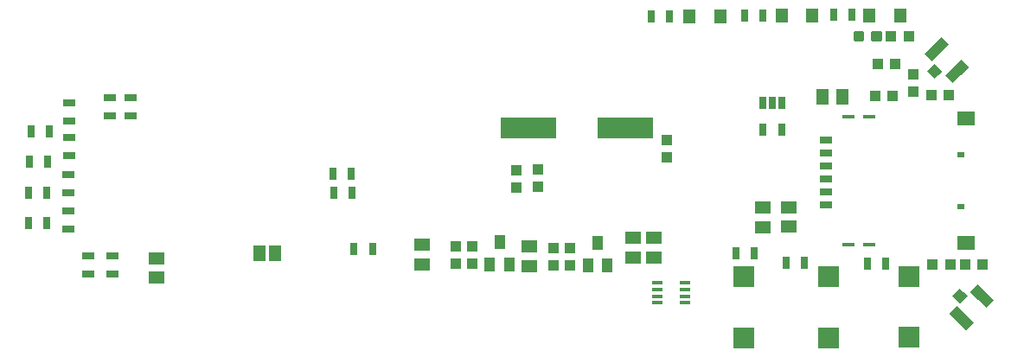
<source format=gbr>
G04 EAGLE Gerber RS-274X export*
G75*
%MOMM*%
%FSLAX34Y34*%
%LPD*%
%INSolderpaste Top*%
%IPPOS*%
%AMOC8*
5,1,8,0,0,1.08239X$1,22.5*%
G01*
%ADD10R,1.500000X1.300000*%
%ADD11R,1.150000X0.650000*%
%ADD12R,1.300000X0.450000*%
%ADD13R,1.700000X1.400000*%
%ADD14R,0.800000X0.540000*%
%ADD15R,1.200000X1.400000*%
%ADD16R,0.800000X1.200000*%
%ADD17R,2.000000X2.000000*%
%ADD18R,1.300000X1.500000*%
%ADD19R,0.660400X1.270000*%
%ADD20R,0.635000X1.270000*%
%ADD21R,1.000000X1.400000*%
%ADD22R,1.000000X1.100000*%
%ADD23R,1.200000X0.800000*%
%ADD24R,1.041400X2.260600*%
%ADD25R,1.041400X1.092200*%
%ADD26R,5.511800X2.006600*%
%ADD27R,1.100000X1.000000*%
%ADD28C,0.300000*%
%ADD29R,1.168400X1.600200*%
%ADD30R,0.977900X0.431800*%
%ADD31R,1.050000X1.080000*%


D10*
X863734Y148506D03*
X863734Y129506D03*
X838388Y148036D03*
X838388Y129036D03*
D11*
X900700Y201950D03*
X900700Y176550D03*
X900700Y151150D03*
X900700Y214650D03*
X900700Y189250D03*
X900700Y163850D03*
D12*
X922400Y237100D03*
X942400Y237100D03*
D13*
X1038000Y235450D03*
X1038000Y113350D03*
D12*
X942400Y111700D03*
X922400Y111700D03*
D14*
X1032200Y149000D03*
X1032200Y199800D03*
D15*
X943150Y336134D03*
X973150Y336134D03*
X856900Y336350D03*
X886900Y336350D03*
X766900Y335550D03*
X796900Y335550D03*
D16*
X747550Y335550D03*
X729550Y335550D03*
X838450Y336650D03*
X820450Y336650D03*
X925950Y337250D03*
X907950Y337250D03*
X811972Y103722D03*
X829972Y103722D03*
D17*
X820180Y80750D03*
X820180Y20750D03*
D18*
X897280Y256540D03*
X916280Y256540D03*
D10*
X244822Y98846D03*
X244822Y79846D03*
D16*
X861420Y93830D03*
X879420Y93830D03*
D17*
X902840Y80250D03*
X902840Y20250D03*
D16*
X941232Y93736D03*
X959232Y93736D03*
D17*
X981590Y81012D03*
X981590Y21012D03*
D19*
X838190Y224640D03*
D20*
X857190Y224640D03*
X838190Y250940D03*
X847690Y250940D03*
X857190Y250940D03*
D16*
X418460Y162904D03*
X436460Y162904D03*
X417698Y181806D03*
X435698Y181806D03*
D21*
X580888Y114188D03*
X590388Y92188D03*
X571388Y92188D03*
X676900Y113610D03*
X686400Y91610D03*
X667400Y91610D03*
D10*
X609952Y110014D03*
X609952Y91014D03*
X732266Y99536D03*
X732266Y118536D03*
X711896Y118650D03*
X711896Y99650D03*
D22*
X649852Y108466D03*
X649852Y91466D03*
X554326Y93464D03*
X554326Y110464D03*
X633390Y108720D03*
X633390Y91720D03*
X537792Y93464D03*
X537792Y110464D03*
D23*
X159586Y232790D03*
X159586Y250790D03*
X159280Y199262D03*
X159280Y217262D03*
X158780Y180976D03*
X158780Y162976D03*
X158324Y145416D03*
X158324Y127416D03*
D24*
G36*
X1004002Y291815D02*
X996940Y299468D01*
X1013552Y314797D01*
X1020614Y307144D01*
X1004002Y291815D01*
G37*
G36*
X1023947Y270201D02*
X1016885Y277854D01*
X1033497Y293183D01*
X1040559Y285530D01*
X1023947Y270201D01*
G37*
D25*
G36*
X1006538Y274146D02*
X999476Y281799D01*
X1007502Y289206D01*
X1014564Y281553D01*
X1006538Y274146D01*
G37*
D10*
X504924Y111604D03*
X504924Y92604D03*
D26*
X704354Y225996D03*
X609358Y225996D03*
D22*
X618160Y168446D03*
X618160Y185446D03*
X744722Y214292D03*
X744722Y197292D03*
X597200Y184574D03*
X597200Y167574D03*
D16*
X122008Y223094D03*
X140008Y223094D03*
X120484Y192920D03*
X138484Y192920D03*
X119976Y162492D03*
X137976Y162492D03*
X119722Y133080D03*
X137722Y133080D03*
X456350Y107914D03*
X438350Y107914D03*
D27*
X968422Y288844D03*
X951422Y288844D03*
X965882Y257310D03*
X948882Y257310D03*
D22*
X985932Y278920D03*
X985932Y261920D03*
D27*
X1021040Y258650D03*
X1004040Y258650D03*
D28*
X935800Y312730D02*
X935800Y319730D01*
X935800Y312730D02*
X928800Y312730D01*
X928800Y319730D01*
X935800Y319730D01*
X935800Y315580D02*
X928800Y315580D01*
X928800Y318430D02*
X935800Y318430D01*
X953340Y319730D02*
X953340Y312730D01*
X946340Y312730D01*
X946340Y319730D01*
X953340Y319730D01*
X953340Y315580D02*
X946340Y315580D01*
X946340Y318430D02*
X953340Y318430D01*
D27*
X964320Y316230D03*
X981320Y316230D03*
D23*
X219964Y256142D03*
X219964Y238142D03*
X199644Y256142D03*
X199644Y238142D03*
X201930Y83202D03*
X201930Y101202D03*
X178562Y82948D03*
X178562Y100948D03*
D29*
X360680Y103886D03*
X345440Y103886D03*
D30*
X762699Y55020D03*
X762699Y61520D03*
X762699Y68020D03*
X762699Y74520D03*
X735394Y74520D03*
X735394Y68020D03*
X735394Y61520D03*
X735394Y55020D03*
D24*
G36*
X1041363Y65452D02*
X1048452Y73081D01*
X1065011Y57694D01*
X1057922Y50065D01*
X1041363Y65452D01*
G37*
G36*
X1021343Y43908D02*
X1028432Y51537D01*
X1044991Y36150D01*
X1037902Y28521D01*
X1021343Y43908D01*
G37*
D25*
G36*
X1023942Y61569D02*
X1031031Y69196D01*
X1039030Y61761D01*
X1031941Y54134D01*
X1023942Y61569D01*
G37*
D27*
X1053964Y92456D03*
X1036964Y92456D03*
D31*
X1022464Y92710D03*
X1004964Y92710D03*
M02*

</source>
